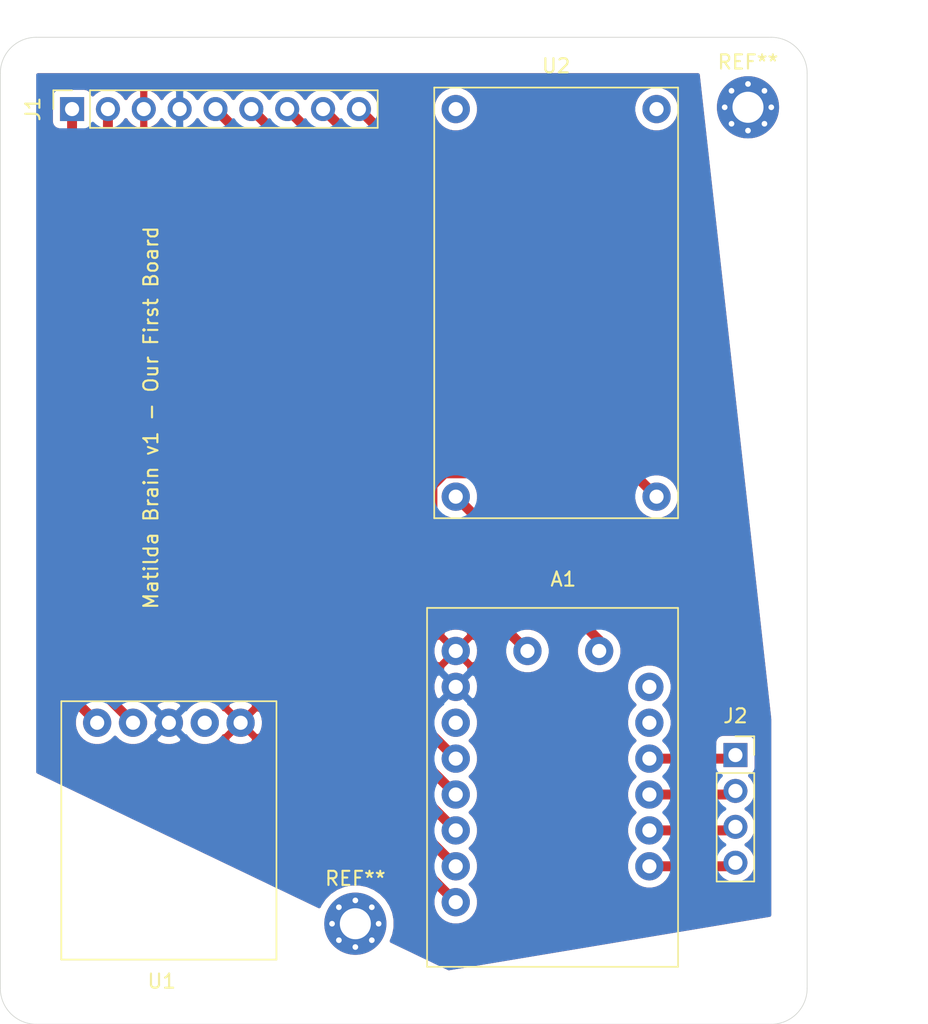
<source format=kicad_pcb>
(kicad_pcb (version 20171130) (host pcbnew "(5.1.5)-3")

  (general
    (thickness 1.6)
    (drawings 9)
    (tracks 35)
    (zones 0)
    (modules 7)
    (nets 22)
  )

  (page A4)
  (layers
    (0 F.Cu signal)
    (31 B.Cu signal)
    (32 B.Adhes user)
    (33 F.Adhes user)
    (34 B.Paste user)
    (35 F.Paste user)
    (36 B.SilkS user)
    (37 F.SilkS user)
    (38 B.Mask user)
    (39 F.Mask user)
    (40 Dwgs.User user)
    (41 Cmts.User user)
    (42 Eco1.User user)
    (43 Eco2.User user)
    (44 Edge.Cuts user)
    (45 Margin user)
    (46 B.CrtYd user)
    (47 F.CrtYd user)
    (48 B.Fab user)
    (49 F.Fab user)
  )

  (setup
    (last_trace_width 0.7)
    (trace_clearance 0.3)
    (zone_clearance 0.508)
    (zone_45_only no)
    (trace_min 0.2)
    (via_size 0.8)
    (via_drill 0.4)
    (via_min_size 0.4)
    (via_min_drill 0.3)
    (uvia_size 0.3)
    (uvia_drill 0.1)
    (uvias_allowed no)
    (uvia_min_size 0.2)
    (uvia_min_drill 0.1)
    (edge_width 0.05)
    (segment_width 0.2)
    (pcb_text_width 0.3)
    (pcb_text_size 1.5 1.5)
    (mod_edge_width 0.12)
    (mod_text_size 1 1)
    (mod_text_width 0.15)
    (pad_size 1.524 1.524)
    (pad_drill 0.762)
    (pad_to_mask_clearance 0.051)
    (solder_mask_min_width 0.25)
    (aux_axis_origin 0 0)
    (visible_elements FFFDFF7F)
    (pcbplotparams
      (layerselection 0x010fc_ffffffff)
      (usegerberextensions false)
      (usegerberattributes false)
      (usegerberadvancedattributes false)
      (creategerberjobfile false)
      (excludeedgelayer true)
      (linewidth 0.100000)
      (plotframeref false)
      (viasonmask false)
      (mode 1)
      (useauxorigin false)
      (hpglpennumber 1)
      (hpglpenspeed 20)
      (hpglpendiameter 15.000000)
      (psnegative false)
      (psa4output false)
      (plotreference true)
      (plotvalue true)
      (plotinvisibletext false)
      (padsonsilk false)
      (subtractmaskfromsilk false)
      (outputformat 1)
      (mirror false)
      (drillshape 0)
      (scaleselection 1)
      (outputdirectory "./"))
  )

  (net 0 "")
  (net 1 3.3V)
  (net 2 GND)
  (net 3 "Net-(A1-Pad3)")
  (net 4 Logic_5)
  (net 5 Logic_4)
  (net 6 Logic_3)
  (net 7 Logic_2)
  (net 8 Logic_1)
  (net 9 "Net-(A1-Pad9)")
  (net 10 "Net-(A1-Pad10)")
  (net 11 "Net-(A1-Pad11)")
  (net 12 "Net-(A1-Pad12)")
  (net 13 "Net-(A1-Pad13)")
  (net 14 "Net-(A1-Pad14)")
  (net 15 SDA)
  (net 16 SCL)
  (net 17 "Net-(U1-Pad2)")
  (net 18 "Net-(U2-Pad1)")
  (net 19 "Net-(U2-Pad2)")
  (net 20 "Net-(A1-Pad15)")
  (net 21 "Net-(A1-Pad16)")

  (net_class Default "This is the default net class."
    (clearance 0.3)
    (trace_width 0.7)
    (via_dia 0.8)
    (via_drill 0.4)
    (uvia_dia 0.3)
    (uvia_drill 0.1)
    (add_net 3.3V)
    (add_net GND)
    (add_net Logic_1)
    (add_net Logic_2)
    (add_net Logic_3)
    (add_net Logic_4)
    (add_net Logic_5)
    (add_net "Net-(A1-Pad10)")
    (add_net "Net-(A1-Pad11)")
    (add_net "Net-(A1-Pad12)")
    (add_net "Net-(A1-Pad13)")
    (add_net "Net-(A1-Pad14)")
    (add_net "Net-(A1-Pad15)")
    (add_net "Net-(A1-Pad16)")
    (add_net "Net-(A1-Pad3)")
    (add_net "Net-(A1-Pad9)")
    (add_net "Net-(U1-Pad2)")
    (add_net "Net-(U2-Pad1)")
    (add_net "Net-(U2-Pad2)")
    (add_net SCL)
    (add_net SDA)
  )

  (module MountingHole:MountingHole_2.2mm_M2_Pad_Via (layer F.Cu) (tedit 56DDB9C7) (tstamp 5E5808AF)
    (at 140.716 107.188)
    (descr "Mounting Hole 2.2mm, M2")
    (tags "mounting hole 2.2mm m2")
    (attr virtual)
    (fp_text reference REF** (at 0 -3.2) (layer F.SilkS)
      (effects (font (size 1 1) (thickness 0.15)))
    )
    (fp_text value MountingHole_2.2mm_M2_Pad_Via (at 0 3.2) (layer F.Fab)
      (effects (font (size 1 1) (thickness 0.15)))
    )
    (fp_circle (center 0 0) (end 2.45 0) (layer F.CrtYd) (width 0.05))
    (fp_circle (center 0 0) (end 2.2 0) (layer Cmts.User) (width 0.15))
    (fp_text user %R (at 0.3 0) (layer F.Fab)
      (effects (font (size 1 1) (thickness 0.15)))
    )
    (pad 1 thru_hole circle (at 1.166726 -1.166726) (size 0.7 0.7) (drill 0.4) (layers *.Cu *.Mask))
    (pad 1 thru_hole circle (at 0 -1.65) (size 0.7 0.7) (drill 0.4) (layers *.Cu *.Mask))
    (pad 1 thru_hole circle (at -1.166726 -1.166726) (size 0.7 0.7) (drill 0.4) (layers *.Cu *.Mask))
    (pad 1 thru_hole circle (at -1.65 0) (size 0.7 0.7) (drill 0.4) (layers *.Cu *.Mask))
    (pad 1 thru_hole circle (at -1.166726 1.166726) (size 0.7 0.7) (drill 0.4) (layers *.Cu *.Mask))
    (pad 1 thru_hole circle (at 0 1.65) (size 0.7 0.7) (drill 0.4) (layers *.Cu *.Mask))
    (pad 1 thru_hole circle (at 1.166726 1.166726) (size 0.7 0.7) (drill 0.4) (layers *.Cu *.Mask))
    (pad 1 thru_hole circle (at 1.65 0) (size 0.7 0.7) (drill 0.4) (layers *.Cu *.Mask))
    (pad 1 thru_hole circle (at 0 0) (size 4.4 4.4) (drill 2.2) (layers *.Cu *.Mask))
  )

  (module MountingHole:MountingHole_2.2mm_M2_Pad_Via (layer F.Cu) (tedit 56DDB9C7) (tstamp 5E580863)
    (at 168.529 49.403)
    (descr "Mounting Hole 2.2mm, M2")
    (tags "mounting hole 2.2mm m2")
    (attr virtual)
    (fp_text reference REF** (at 0 -3.2) (layer F.SilkS)
      (effects (font (size 1 1) (thickness 0.15)))
    )
    (fp_text value MountingHole_2.2mm_M2_Pad_Via (at 0 3.2) (layer F.Fab)
      (effects (font (size 1 1) (thickness 0.15)))
    )
    (fp_circle (center 0 0) (end 2.45 0) (layer F.CrtYd) (width 0.05))
    (fp_circle (center 0 0) (end 2.2 0) (layer Cmts.User) (width 0.15))
    (fp_text user %R (at 0.3 0) (layer F.Fab)
      (effects (font (size 1 1) (thickness 0.15)))
    )
    (pad 1 thru_hole circle (at 1.166726 -1.166726) (size 0.7 0.7) (drill 0.4) (layers *.Cu *.Mask))
    (pad 1 thru_hole circle (at 0 -1.65) (size 0.7 0.7) (drill 0.4) (layers *.Cu *.Mask))
    (pad 1 thru_hole circle (at -1.166726 -1.166726) (size 0.7 0.7) (drill 0.4) (layers *.Cu *.Mask))
    (pad 1 thru_hole circle (at -1.65 0) (size 0.7 0.7) (drill 0.4) (layers *.Cu *.Mask))
    (pad 1 thru_hole circle (at -1.166726 1.166726) (size 0.7 0.7) (drill 0.4) (layers *.Cu *.Mask))
    (pad 1 thru_hole circle (at 0 1.65) (size 0.7 0.7) (drill 0.4) (layers *.Cu *.Mask))
    (pad 1 thru_hole circle (at 1.166726 1.166726) (size 0.7 0.7) (drill 0.4) (layers *.Cu *.Mask))
    (pad 1 thru_hole circle (at 1.65 0) (size 0.7 0.7) (drill 0.4) (layers *.Cu *.Mask))
    (pad 1 thru_hole circle (at 0 0) (size 4.4 4.4) (drill 2.2) (layers *.Cu *.Mask))
  )

  (module MatildaCustom:Adafruit_Breakout_DRV8833 (layer F.Cu) (tedit 5E5713BE) (tstamp 5E57F12A)
    (at 154.94 96.52)
    (path /5E5962E7)
    (fp_text reference A1 (at 0.508 -13.716) (layer F.SilkS)
      (effects (font (size 1 1) (thickness 0.15)))
    )
    (fp_text value Adafruit_Breakout_DRV8833 (at 0.508 -15.486) (layer F.Fab)
      (effects (font (size 1 1) (thickness 0.15)))
    )
    (fp_line (start -9.144 -11.684) (end -9.144 13.716) (layer F.SilkS) (width 0.12))
    (fp_line (start -9.144 13.716) (end 8.636 13.716) (layer F.SilkS) (width 0.12))
    (fp_line (start 8.636 13.716) (end 8.636 -11.684) (layer F.SilkS) (width 0.12))
    (fp_line (start 8.636 -11.684) (end -9.144 -11.684) (layer F.SilkS) (width 0.12))
    (pad 1 thru_hole circle (at -7.112 -8.636) (size 2 2) (drill 1) (layers *.Cu *.Mask)
      (net 1 3.3V))
    (pad 2 thru_hole circle (at -7.112 -6.096) (size 2 2) (drill 1) (layers *.Cu *.Mask)
      (net 2 GND))
    (pad 3 thru_hole circle (at -7.112 -3.556) (size 2 2) (drill 1) (layers *.Cu *.Mask)
      (net 3 "Net-(A1-Pad3)"))
    (pad 4 thru_hole circle (at -7.112 -1.016) (size 2 2) (drill 1) (layers *.Cu *.Mask)
      (net 4 Logic_5))
    (pad 5 thru_hole circle (at -7.112 1.524) (size 2 2) (drill 1) (layers *.Cu *.Mask)
      (net 5 Logic_4))
    (pad 6 thru_hole circle (at -7.112 4.064) (size 2 2) (drill 1) (layers *.Cu *.Mask)
      (net 6 Logic_3))
    (pad 7 thru_hole circle (at -7.112 6.604) (size 2 2) (drill 1) (layers *.Cu *.Mask)
      (net 7 Logic_2))
    (pad 8 thru_hole circle (at -7.112 9.144) (size 2 2) (drill 1) (layers *.Cu *.Mask)
      (net 8 Logic_1))
    (pad 9 thru_hole circle (at 6.604 6.604) (size 2 2) (drill 1) (layers *.Cu *.Mask)
      (net 9 "Net-(A1-Pad9)"))
    (pad 10 thru_hole circle (at 6.604 4.064) (size 2 2) (drill 1) (layers *.Cu *.Mask)
      (net 10 "Net-(A1-Pad10)"))
    (pad 11 thru_hole circle (at 6.604 1.524) (size 2 2) (drill 1) (layers *.Cu *.Mask)
      (net 11 "Net-(A1-Pad11)"))
    (pad 12 thru_hole circle (at 6.604 -1.016) (size 2 2) (drill 1) (layers *.Cu *.Mask)
      (net 12 "Net-(A1-Pad12)"))
    (pad 13 thru_hole circle (at 6.604 -3.556) (size 2 2) (drill 1) (layers *.Cu *.Mask)
      (net 13 "Net-(A1-Pad13)"))
    (pad 14 thru_hole circle (at 6.604 -6.096) (size 2 2) (drill 1) (layers *.Cu *.Mask)
      (net 14 "Net-(A1-Pad14)"))
    (pad 15 thru_hole circle (at 3.048 -8.636) (size 2 2) (drill 1) (layers *.Cu *.Mask)
      (net 20 "Net-(A1-Pad15)"))
    (pad 16 thru_hole circle (at -2.032 -8.636) (size 2 2) (drill 1) (layers *.Cu *.Mask)
      (net 21 "Net-(A1-Pad16)"))
  )

  (module Connector_PinSocket_2.54mm:PinSocket_1x09_P2.54mm_Vertical (layer F.Cu) (tedit 5A19A431) (tstamp 5E57F15D)
    (at 120.65 49.53 90)
    (descr "Through hole straight socket strip, 1x09, 2.54mm pitch, single row (from Kicad 4.0.7), script generated")
    (tags "Through hole socket strip THT 1x09 2.54mm single row")
    (path /5E59EDE1)
    (fp_text reference J1 (at 0 -2.77 90) (layer F.SilkS)
      (effects (font (size 1 1) (thickness 0.15)))
    )
    (fp_text value Conn_01x09_Female (at 0 23.09 90) (layer F.Fab)
      (effects (font (size 1 1) (thickness 0.15)))
    )
    (fp_line (start -1.27 -1.27) (end 0.635 -1.27) (layer F.Fab) (width 0.1))
    (fp_line (start 0.635 -1.27) (end 1.27 -0.635) (layer F.Fab) (width 0.1))
    (fp_line (start 1.27 -0.635) (end 1.27 21.59) (layer F.Fab) (width 0.1))
    (fp_line (start 1.27 21.59) (end -1.27 21.59) (layer F.Fab) (width 0.1))
    (fp_line (start -1.27 21.59) (end -1.27 -1.27) (layer F.Fab) (width 0.1))
    (fp_line (start -1.33 1.27) (end 1.33 1.27) (layer F.SilkS) (width 0.12))
    (fp_line (start -1.33 1.27) (end -1.33 21.65) (layer F.SilkS) (width 0.12))
    (fp_line (start -1.33 21.65) (end 1.33 21.65) (layer F.SilkS) (width 0.12))
    (fp_line (start 1.33 1.27) (end 1.33 21.65) (layer F.SilkS) (width 0.12))
    (fp_line (start 1.33 -1.33) (end 1.33 0) (layer F.SilkS) (width 0.12))
    (fp_line (start 0 -1.33) (end 1.33 -1.33) (layer F.SilkS) (width 0.12))
    (fp_line (start -1.8 -1.8) (end 1.75 -1.8) (layer F.CrtYd) (width 0.05))
    (fp_line (start 1.75 -1.8) (end 1.75 22.1) (layer F.CrtYd) (width 0.05))
    (fp_line (start 1.75 22.1) (end -1.8 22.1) (layer F.CrtYd) (width 0.05))
    (fp_line (start -1.8 22.1) (end -1.8 -1.8) (layer F.CrtYd) (width 0.05))
    (fp_text user %R (at 0 10.16) (layer F.Fab)
      (effects (font (size 1 1) (thickness 0.15)))
    )
    (pad 1 thru_hole rect (at 0 0 90) (size 1.7 1.7) (drill 1) (layers *.Cu *.Mask)
      (net 15 SDA))
    (pad 2 thru_hole oval (at 0 2.54 90) (size 1.7 1.7) (drill 1) (layers *.Cu *.Mask)
      (net 16 SCL))
    (pad 3 thru_hole oval (at 0 5.08 90) (size 1.7 1.7) (drill 1) (layers *.Cu *.Mask)
      (net 1 3.3V))
    (pad 4 thru_hole oval (at 0 7.62 90) (size 1.7 1.7) (drill 1) (layers *.Cu *.Mask)
      (net 2 GND))
    (pad 5 thru_hole oval (at 0 10.16 90) (size 1.7 1.7) (drill 1) (layers *.Cu *.Mask)
      (net 8 Logic_1))
    (pad 6 thru_hole oval (at 0 12.7 90) (size 1.7 1.7) (drill 1) (layers *.Cu *.Mask)
      (net 7 Logic_2))
    (pad 7 thru_hole oval (at 0 15.24 90) (size 1.7 1.7) (drill 1) (layers *.Cu *.Mask)
      (net 6 Logic_3))
    (pad 8 thru_hole oval (at 0 17.78 90) (size 1.7 1.7) (drill 1) (layers *.Cu *.Mask)
      (net 5 Logic_4))
    (pad 9 thru_hole oval (at 0 20.32 90) (size 1.7 1.7) (drill 1) (layers *.Cu *.Mask)
      (net 4 Logic_5))
    (model ${KISYS3DMOD}/Connector_PinSocket_2.54mm.3dshapes/PinSocket_1x09_P2.54mm_Vertical.wrl
      (at (xyz 0 0 0))
      (scale (xyz 1 1 1))
      (rotate (xyz 0 0 0))
    )
  )

  (module Connector_PinSocket_2.54mm:PinSocket_1x04_P2.54mm_Vertical (layer F.Cu) (tedit 5A19A429) (tstamp 5E57F175)
    (at 167.64 95.25)
    (descr "Through hole straight socket strip, 1x04, 2.54mm pitch, single row (from Kicad 4.0.7), script generated")
    (tags "Through hole socket strip THT 1x04 2.54mm single row")
    (path /5E5A5861)
    (fp_text reference J2 (at 0 -2.77) (layer F.SilkS)
      (effects (font (size 1 1) (thickness 0.15)))
    )
    (fp_text value Conn_01x04_Female (at 0 10.39) (layer F.Fab)
      (effects (font (size 1 1) (thickness 0.15)))
    )
    (fp_line (start -1.27 -1.27) (end 0.635 -1.27) (layer F.Fab) (width 0.1))
    (fp_line (start 0.635 -1.27) (end 1.27 -0.635) (layer F.Fab) (width 0.1))
    (fp_line (start 1.27 -0.635) (end 1.27 8.89) (layer F.Fab) (width 0.1))
    (fp_line (start 1.27 8.89) (end -1.27 8.89) (layer F.Fab) (width 0.1))
    (fp_line (start -1.27 8.89) (end -1.27 -1.27) (layer F.Fab) (width 0.1))
    (fp_line (start -1.33 1.27) (end 1.33 1.27) (layer F.SilkS) (width 0.12))
    (fp_line (start -1.33 1.27) (end -1.33 8.95) (layer F.SilkS) (width 0.12))
    (fp_line (start -1.33 8.95) (end 1.33 8.95) (layer F.SilkS) (width 0.12))
    (fp_line (start 1.33 1.27) (end 1.33 8.95) (layer F.SilkS) (width 0.12))
    (fp_line (start 1.33 -1.33) (end 1.33 0) (layer F.SilkS) (width 0.12))
    (fp_line (start 0 -1.33) (end 1.33 -1.33) (layer F.SilkS) (width 0.12))
    (fp_line (start -1.8 -1.8) (end 1.75 -1.8) (layer F.CrtYd) (width 0.05))
    (fp_line (start 1.75 -1.8) (end 1.75 9.4) (layer F.CrtYd) (width 0.05))
    (fp_line (start 1.75 9.4) (end -1.8 9.4) (layer F.CrtYd) (width 0.05))
    (fp_line (start -1.8 9.4) (end -1.8 -1.8) (layer F.CrtYd) (width 0.05))
    (fp_text user %R (at 0 3.81 90) (layer F.Fab)
      (effects (font (size 1 1) (thickness 0.15)))
    )
    (pad 1 thru_hole rect (at 0 0) (size 1.7 1.7) (drill 1) (layers *.Cu *.Mask)
      (net 12 "Net-(A1-Pad12)"))
    (pad 2 thru_hole oval (at 0 2.54) (size 1.7 1.7) (drill 1) (layers *.Cu *.Mask)
      (net 11 "Net-(A1-Pad11)"))
    (pad 3 thru_hole oval (at 0 5.08) (size 1.7 1.7) (drill 1) (layers *.Cu *.Mask)
      (net 10 "Net-(A1-Pad10)"))
    (pad 4 thru_hole oval (at 0 7.62) (size 1.7 1.7) (drill 1) (layers *.Cu *.Mask)
      (net 9 "Net-(A1-Pad9)"))
    (model ${KISYS3DMOD}/Connector_PinSocket_2.54mm.3dshapes/PinSocket_1x04_P2.54mm_Vertical.wrl
      (at (xyz 0 0 0))
      (scale (xyz 1 1 1))
      (rotate (xyz 0 0 0))
    )
  )

  (module MatildaCustom:Adafruit_Si7021_Breakout (layer F.Cu) (tedit 5E57DF6A) (tstamp 5E57F182)
    (at 127 101.6 180)
    (path /5E5717AE)
    (fp_text reference U1 (at 0 -9.66) (layer F.SilkS)
      (effects (font (size 1 1) (thickness 0.15)))
    )
    (fp_text value AdaBrk_Si7021 (at 0 -11.684) (layer F.Fab)
      (effects (font (size 1 1) (thickness 0.15)))
    )
    (fp_line (start -8.128 -8.128) (end 7.112 -8.128) (layer F.SilkS) (width 0.12))
    (fp_line (start 7.112 -8.128) (end 7.112 10.16) (layer F.SilkS) (width 0.12))
    (fp_line (start 7.112 10.16) (end -8.128 10.16) (layer F.SilkS) (width 0.12))
    (fp_line (start -8.128 10.16) (end -8.128 -8.128) (layer F.SilkS) (width 0.12))
    (pad 1 thru_hole circle (at -5.588 8.636 180) (size 2 2) (drill 1) (layers *.Cu *.Mask)
      (net 1 3.3V))
    (pad 2 thru_hole circle (at -3.048 8.636 180) (size 2 2) (drill 1) (layers *.Cu *.Mask)
      (net 17 "Net-(U1-Pad2)"))
    (pad 3 thru_hole circle (at -0.508 8.636 180) (size 2 2) (drill 1) (layers *.Cu *.Mask)
      (net 2 GND))
    (pad 4 thru_hole circle (at 2.032 8.636 180) (size 2 2) (drill 1) (layers *.Cu *.Mask)
      (net 16 SCL))
    (pad 5 thru_hole circle (at 4.572 8.636 180) (size 2 2) (drill 1) (layers *.Cu *.Mask)
      (net 15 SDA))
  )

  (module MatildaCustom:Woo_StepUp_MT3608 (layer F.Cu) (tedit 5E57DCE2) (tstamp 5E57F18E)
    (at 154.94 62.23)
    (path /5E5978DE)
    (fp_text reference U2 (at 0 -15.756) (layer F.SilkS)
      (effects (font (size 1 1) (thickness 0.15)))
    )
    (fp_text value Woo_StepUp_MT3608 (at 0 -16.756) (layer F.Fab)
      (effects (font (size 1 1) (thickness 0.15)))
    )
    (fp_line (start -8.636 -14.224) (end 8.636 -14.224) (layer F.SilkS) (width 0.12))
    (fp_line (start 8.636 -14.224) (end 8.636 16.256) (layer F.SilkS) (width 0.12))
    (fp_line (start 8.636 16.256) (end -8.636 16.256) (layer F.SilkS) (width 0.12))
    (fp_line (start -8.636 16.256) (end -8.636 -14.224) (layer F.SilkS) (width 0.12))
    (pad 1 thru_hole circle (at -7.112 -12.7) (size 2 2) (drill 1) (layers *.Cu *.Mask)
      (net 18 "Net-(U2-Pad1)"))
    (pad 2 thru_hole circle (at 7.112 -12.7) (size 2 2) (drill 1) (layers *.Cu *.Mask)
      (net 19 "Net-(U2-Pad2)"))
    (pad 3 thru_hole circle (at -7.112 14.732) (size 2 2) (drill 1) (layers *.Cu *.Mask)
      (net 20 "Net-(A1-Pad15)"))
    (pad 4 thru_hole circle (at 7.112 14.732) (size 2 2) (drill 1) (layers *.Cu *.Mask)
      (net 21 "Net-(A1-Pad16)"))
  )

  (gr_text "Matilda Brain v1 - Our First Board" (at 126.238 71.374 90) (layer F.SilkS)
    (effects (font (size 1 1) (thickness 0.15)))
  )
  (gr_arc (start 118.11 46.99) (end 118.11 44.45) (angle -90) (layer Edge.Cuts) (width 0.05))
  (gr_arc (start 170.18 46.99) (end 172.72 46.99) (angle -90) (layer Edge.Cuts) (width 0.05))
  (gr_arc (start 170.18 111.76) (end 170.18 114.3) (angle -90) (layer Edge.Cuts) (width 0.05))
  (gr_line (start 115.57 46.99) (end 115.57 111.76) (layer Edge.Cuts) (width 0.05) (tstamp 5E57F54C))
  (gr_line (start 170.18 44.45) (end 118.11 44.45) (layer Edge.Cuts) (width 0.05))
  (gr_line (start 172.72 111.76) (end 172.72 46.99) (layer Edge.Cuts) (width 0.05))
  (gr_line (start 118.11 114.3) (end 170.18 114.3) (layer Edge.Cuts) (width 0.05))
  (gr_arc (start 118.11 111.76) (end 115.57 111.76) (angle -90) (layer Edge.Cuts) (width 0.05))

  (segment (start 144.526 53.086) (end 140.97 49.53) (width 0.7) (layer F.Cu) (net 4))
  (segment (start 147.828 95.504) (end 144.526 92.202) (width 0.7) (layer F.Cu) (net 4))
  (segment (start 144.526 92.202) (end 144.526 53.086) (width 0.7) (layer F.Cu) (net 4))
  (segment (start 142.621 53.721) (end 138.43 49.53) (width 0.7) (layer F.Cu) (net 5))
  (segment (start 147.828 98.044) (end 142.621 92.837) (width 0.7) (layer F.Cu) (net 5))
  (segment (start 142.621 92.837) (end 142.621 53.721) (width 0.7) (layer F.Cu) (net 5))
  (segment (start 140.589 54.229) (end 135.89 49.53) (width 0.7) (layer F.Cu) (net 6))
  (segment (start 147.828 100.584) (end 140.589 93.345) (width 0.7) (layer F.Cu) (net 6))
  (segment (start 140.589 93.345) (end 140.589 54.229) (width 0.7) (layer F.Cu) (net 6))
  (segment (start 138.557 54.737) (end 133.35 49.53) (width 0.7) (layer F.Cu) (net 7))
  (segment (start 147.828 103.124) (end 138.557 93.853) (width 0.7) (layer F.Cu) (net 7))
  (segment (start 138.557 93.853) (end 138.557 54.737) (width 0.7) (layer F.Cu) (net 7))
  (segment (start 137.033 55.753) (end 130.81 49.53) (width 0.7) (layer F.Cu) (net 8))
  (segment (start 147.828 105.664) (end 137.033 94.869) (width 0.7) (layer F.Cu) (net 8))
  (segment (start 137.033 94.869) (end 137.033 55.753) (width 0.7) (layer F.Cu) (net 8))
  (segment (start 167.386 103.124) (end 167.64 102.87) (width 0.7) (layer F.Cu) (net 9))
  (segment (start 161.544 103.124) (end 167.386 103.124) (width 0.7) (layer F.Cu) (net 9))
  (segment (start 167.386 100.584) (end 167.64 100.33) (width 0.7) (layer F.Cu) (net 10))
  (segment (start 161.544 100.584) (end 167.386 100.584) (width 0.7) (layer F.Cu) (net 10))
  (segment (start 167.386 98.044) (end 167.64 97.79) (width 0.7) (layer F.Cu) (net 11))
  (segment (start 161.544 98.044) (end 167.386 98.044) (width 0.7) (layer F.Cu) (net 11))
  (segment (start 167.386 95.504) (end 167.64 95.25) (width 0.7) (layer F.Cu) (net 12))
  (segment (start 161.544 95.504) (end 167.386 95.504) (width 0.7) (layer F.Cu) (net 12))
  (segment (start 120.65 91.186) (end 122.428 92.964) (width 0.7) (layer F.Cu) (net 15))
  (segment (start 120.65 49.53) (end 120.65 91.186) (width 0.7) (layer F.Cu) (net 15))
  (segment (start 123.19 91.186) (end 124.968 92.964) (width 0.7) (layer F.Cu) (net 16))
  (segment (start 123.19 49.53) (end 123.19 91.186) (width 0.7) (layer F.Cu) (net 16))
  (segment (start 157.988 87.122) (end 157.988 87.884) (width 0.7) (layer F.Cu) (net 20))
  (segment (start 147.828 76.962) (end 157.988 87.122) (width 0.7) (layer F.Cu) (net 20))
  (segment (start 151.908001 86.884001) (end 152.908 87.884) (width 0.7) (layer F.Cu) (net 21))
  (segment (start 146.177999 81.153999) (end 151.908001 86.884001) (width 0.7) (layer F.Cu) (net 21))
  (segment (start 147.035999 75.311999) (end 146.177999 76.169999) (width 0.7) (layer F.Cu) (net 21))
  (segment (start 146.177999 76.169999) (end 146.177999 81.153999) (width 0.7) (layer F.Cu) (net 21))
  (segment (start 160.401999 75.311999) (end 147.035999 75.311999) (width 0.7) (layer F.Cu) (net 21))
  (segment (start 162.052 76.962) (end 160.401999 75.311999) (width 0.7) (layer F.Cu) (net 21))

  (zone (net 1) (net_name 3.3V) (layer F.Cu) (tstamp 5E58099D) (hatch edge 0.508)
    (connect_pads (clearance 0.508))
    (min_thickness 0.254)
    (fill yes (arc_segments 32) (thermal_gap 0.508) (thermal_bridge_width 0.508))
    (polygon
      (pts
        (xy 170.18 92.71) (xy 170.18 106.68) (xy 147.32 110.49) (xy 118.11 96.52) (xy 118.11 46.99)
        (xy 165.1 46.99)
      )
    )
    (filled_polygon
      (pts
        (xy 170.053 92.717032) (xy 170.053 106.572415) (xy 147.338646 110.35814) (xy 143.276238 108.415249) (xy 143.442052 108.014939)
        (xy 143.551 107.467223) (xy 143.551 106.908777) (xy 143.442052 106.361061) (xy 143.228344 105.845124) (xy 142.918088 105.380793)
        (xy 142.523207 104.985912) (xy 142.058876 104.675656) (xy 141.542939 104.461948) (xy 140.995223 104.353) (xy 140.436777 104.353)
        (xy 139.889061 104.461948) (xy 139.373124 104.675656) (xy 138.908793 104.985912) (xy 138.513912 105.380793) (xy 138.203656 105.845124)
        (xy 138.153834 105.965404) (xy 118.237 96.439962) (xy 118.237 48.68) (xy 119.161928 48.68) (xy 119.161928 50.38)
        (xy 119.174188 50.504482) (xy 119.210498 50.62418) (xy 119.269463 50.734494) (xy 119.348815 50.831185) (xy 119.445506 50.910537)
        (xy 119.55582 50.969502) (xy 119.665 51.002621) (xy 119.665001 91.13761) (xy 119.660235 91.186) (xy 119.679253 91.379093)
        (xy 119.735576 91.564766) (xy 119.735577 91.564767) (xy 119.827041 91.735884) (xy 119.950131 91.88587) (xy 119.987711 91.916711)
        (xy 120.806433 92.735434) (xy 120.793 92.802967) (xy 120.793 93.125033) (xy 120.855832 93.440912) (xy 120.979082 93.738463)
        (xy 121.158013 94.006252) (xy 121.385748 94.233987) (xy 121.653537 94.412918) (xy 121.951088 94.536168) (xy 122.266967 94.599)
        (xy 122.589033 94.599) (xy 122.904912 94.536168) (xy 123.202463 94.412918) (xy 123.470252 94.233987) (xy 123.697987 94.006252)
        (xy 123.698 94.006233) (xy 123.698013 94.006252) (xy 123.925748 94.233987) (xy 124.193537 94.412918) (xy 124.491088 94.536168)
        (xy 124.806967 94.599) (xy 125.129033 94.599) (xy 125.444912 94.536168) (xy 125.742463 94.412918) (xy 126.010252 94.233987)
        (xy 126.237987 94.006252) (xy 126.238 94.006233) (xy 126.238013 94.006252) (xy 126.465748 94.233987) (xy 126.733537 94.412918)
        (xy 127.031088 94.536168) (xy 127.346967 94.599) (xy 127.669033 94.599) (xy 127.984912 94.536168) (xy 128.282463 94.412918)
        (xy 128.550252 94.233987) (xy 128.777987 94.006252) (xy 128.778 94.006233) (xy 128.778013 94.006252) (xy 129.005748 94.233987)
        (xy 129.273537 94.412918) (xy 129.571088 94.536168) (xy 129.886967 94.599) (xy 130.209033 94.599) (xy 130.524912 94.536168)
        (xy 130.822463 94.412918) (xy 131.090252 94.233987) (xy 131.224826 94.099413) (xy 131.632192 94.099413) (xy 131.727956 94.363814)
        (xy 132.017571 94.504704) (xy 132.329108 94.586384) (xy 132.650595 94.605718) (xy 132.969675 94.561961) (xy 133.274088 94.456795)
        (xy 133.448044 94.363814) (xy 133.543808 94.099413) (xy 132.588 93.143605) (xy 131.632192 94.099413) (xy 131.224826 94.099413)
        (xy 131.317987 94.006252) (xy 131.39072 93.8974) (xy 131.452587 93.919808) (xy 132.408395 92.964) (xy 132.767605 92.964)
        (xy 133.723413 93.919808) (xy 133.987814 93.824044) (xy 134.128704 93.534429) (xy 134.210384 93.222892) (xy 134.229718 92.901405)
        (xy 134.185961 92.582325) (xy 134.080795 92.277912) (xy 133.987814 92.103956) (xy 133.723413 92.008192) (xy 132.767605 92.964)
        (xy 132.408395 92.964) (xy 131.452587 92.008192) (xy 131.39072 92.0306) (xy 131.317987 91.921748) (xy 131.224826 91.828587)
        (xy 131.632192 91.828587) (xy 132.588 92.784395) (xy 133.543808 91.828587) (xy 133.448044 91.564186) (xy 133.158429 91.423296)
        (xy 132.846892 91.341616) (xy 132.525405 91.322282) (xy 132.206325 91.366039) (xy 131.901912 91.471205) (xy 131.727956 91.564186)
        (xy 131.632192 91.828587) (xy 131.224826 91.828587) (xy 131.090252 91.694013) (xy 130.822463 91.515082) (xy 130.524912 91.391832)
        (xy 130.209033 91.329) (xy 129.886967 91.329) (xy 129.571088 91.391832) (xy 129.273537 91.515082) (xy 129.005748 91.694013)
        (xy 128.778013 91.921748) (xy 128.778 91.921767) (xy 128.777987 91.921748) (xy 128.550252 91.694013) (xy 128.282463 91.515082)
        (xy 127.984912 91.391832) (xy 127.669033 91.329) (xy 127.346967 91.329) (xy 127.031088 91.391832) (xy 126.733537 91.515082)
        (xy 126.465748 91.694013) (xy 126.238013 91.921748) (xy 126.238 91.921767) (xy 126.237987 91.921748) (xy 126.010252 91.694013)
        (xy 125.742463 91.515082) (xy 125.444912 91.391832) (xy 125.129033 91.329) (xy 124.806967 91.329) (xy 124.739434 91.342433)
        (xy 124.175 90.778) (xy 124.175 50.645107) (xy 124.343475 50.476632) (xy 124.465195 50.294466) (xy 124.534822 50.411355)
        (xy 124.729731 50.627588) (xy 124.96308 50.801641) (xy 125.225901 50.926825) (xy 125.37311 50.971476) (xy 125.603 50.850155)
        (xy 125.603 49.657) (xy 125.583 49.657) (xy 125.583 49.403) (xy 125.603 49.403) (xy 125.603 48.209845)
        (xy 125.857 48.209845) (xy 125.857 49.403) (xy 125.877 49.403) (xy 125.877 49.657) (xy 125.857 49.657)
        (xy 125.857 50.850155) (xy 126.08689 50.971476) (xy 126.234099 50.926825) (xy 126.49692 50.801641) (xy 126.730269 50.627588)
        (xy 126.925178 50.411355) (xy 126.994805 50.294466) (xy 127.116525 50.476632) (xy 127.323368 50.683475) (xy 127.566589 50.84599)
        (xy 127.836842 50.957932) (xy 128.12374 51.015) (xy 128.41626 51.015) (xy 128.703158 50.957932) (xy 128.973411 50.84599)
        (xy 129.216632 50.683475) (xy 129.423475 50.476632) (xy 129.54 50.30224) (xy 129.656525 50.476632) (xy 129.863368 50.683475)
        (xy 130.106589 50.84599) (xy 130.376842 50.957932) (xy 130.66374 51.015) (xy 130.902 51.015) (xy 136.048001 56.161002)
        (xy 136.048 94.82062) (xy 136.043235 94.869) (xy 136.048 94.917379) (xy 136.062253 95.062093) (xy 136.118576 95.247766)
        (xy 136.21004 95.418884) (xy 136.33313 95.56887) (xy 136.370716 95.599716) (xy 146.206433 105.435433) (xy 146.193 105.502967)
        (xy 146.193 105.825033) (xy 146.255832 106.140912) (xy 146.379082 106.438463) (xy 146.558013 106.706252) (xy 146.785748 106.933987)
        (xy 147.053537 107.112918) (xy 147.351088 107.236168) (xy 147.666967 107.299) (xy 147.989033 107.299) (xy 148.304912 107.236168)
        (xy 148.602463 107.112918) (xy 148.870252 106.933987) (xy 149.097987 106.706252) (xy 149.276918 106.438463) (xy 149.400168 106.140912)
        (xy 149.463 105.825033) (xy 149.463 105.502967) (xy 149.400168 105.187088) (xy 149.276918 104.889537) (xy 149.097987 104.621748)
        (xy 148.870252 104.394013) (xy 148.870233 104.394) (xy 148.870252 104.393987) (xy 149.097987 104.166252) (xy 149.276918 103.898463)
        (xy 149.400168 103.600912) (xy 149.463 103.285033) (xy 149.463 102.962967) (xy 149.400168 102.647088) (xy 149.276918 102.349537)
        (xy 149.097987 102.081748) (xy 148.870252 101.854013) (xy 148.870233 101.854) (xy 148.870252 101.853987) (xy 149.097987 101.626252)
        (xy 149.276918 101.358463) (xy 149.400168 101.060912) (xy 149.463 100.745033) (xy 149.463 100.422967) (xy 149.400168 100.107088)
        (xy 149.276918 99.809537) (xy 149.097987 99.541748) (xy 148.870252 99.314013) (xy 148.870233 99.314) (xy 148.870252 99.313987)
        (xy 149.097987 99.086252) (xy 149.276918 98.818463) (xy 149.400168 98.520912) (xy 149.463 98.205033) (xy 149.463 97.882967)
        (xy 149.400168 97.567088) (xy 149.276918 97.269537) (xy 149.097987 97.001748) (xy 148.870252 96.774013) (xy 148.870233 96.774)
        (xy 148.870252 96.773987) (xy 149.097987 96.546252) (xy 149.276918 96.278463) (xy 149.400168 95.980912) (xy 149.463 95.665033)
        (xy 149.463 95.342967) (xy 149.400168 95.027088) (xy 149.276918 94.729537) (xy 149.097987 94.461748) (xy 148.870252 94.234013)
        (xy 148.870233 94.234) (xy 148.870252 94.233987) (xy 149.097987 94.006252) (xy 149.276918 93.738463) (xy 149.400168 93.440912)
        (xy 149.463 93.125033) (xy 149.463 92.802967) (xy 149.400168 92.487088) (xy 149.276918 92.189537) (xy 149.097987 91.921748)
        (xy 148.870252 91.694013) (xy 148.870233 91.694) (xy 148.870252 91.693987) (xy 149.097987 91.466252) (xy 149.276918 91.198463)
        (xy 149.400168 90.900912) (xy 149.463 90.585033) (xy 149.463 90.262967) (xy 159.909 90.262967) (xy 159.909 90.585033)
        (xy 159.971832 90.900912) (xy 160.095082 91.198463) (xy 160.274013 91.466252) (xy 160.501748 91.693987) (xy 160.501767 91.694)
        (xy 160.501748 91.694013) (xy 160.274013 91.921748) (xy 160.095082 92.189537) (xy 159.971832 92.487088) (xy 159.909 92.802967)
        (xy 159.909 93.125033) (xy 159.971832 93.440912) (xy 160.095082 93.738463) (xy 160.274013 94.006252) (xy 160.501748 94.233987)
        (xy 160.501767 94.234) (xy 160.501748 94.234013) (xy 160.274013 94.461748) (xy 160.095082 94.729537) (xy 159.971832 95.027088)
        (xy 159.909 95.342967) (xy 159.909 95.665033) (xy 159.971832 95.980912) (xy 160.095082 96.278463) (xy 160.274013 96.546252)
        (xy 160.501748 96.773987) (xy 160.501767 96.774) (xy 160.501748 96.774013) (xy 160.274013 97.001748) (xy 160.095082 97.269537)
        (xy 159.971832 97.567088) (xy 159.909 97.882967) (xy 159.909 98.205033) (xy 159.971832 98.520912) (xy 160.095082 98.818463)
        (xy 160.274013 99.086252) (xy 160.501748 99.313987) (xy 160.501767 99.314) (xy 160.501748 99.314013) (xy 160.274013 99.541748)
        (xy 160.095082 99.809537) (xy 159.971832 100.107088) (xy 159.909 100.422967) (xy 159.909 100.745033) (xy 159.971832 101.060912)
        (xy 160.095082 101.358463) (xy 160.274013 101.626252) (xy 160.501748 101.853987) (xy 160.501767 101.854) (xy 160.501748 101.854013)
        (xy 160.274013 102.081748) (xy 160.095082 102.349537) (xy 159.971832 102.647088) (xy 159.909 102.962967) (xy 159.909 103.285033)
        (xy 159.971832 103.600912) (xy 160.095082 103.898463) (xy 160.274013 104.166252) (xy 160.501748 104.393987) (xy 160.769537 104.572918)
        (xy 161.067088 104.696168) (xy 161.382967 104.759) (xy 161.705033 104.759) (xy 162.020912 104.696168) (xy 162.318463 104.572918)
        (xy 162.586252 104.393987) (xy 162.813987 104.166252) (xy 162.852242 104.109) (xy 166.821365 104.109) (xy 166.936589 104.18599)
        (xy 167.206842 104.297932) (xy 167.49374 104.355) (xy 167.78626 104.355) (xy 168.073158 104.297932) (xy 168.343411 104.18599)
        (xy 168.586632 104.023475) (xy 168.793475 103.816632) (xy 168.95599 103.573411) (xy 169.067932 103.303158) (xy 169.125 103.01626)
        (xy 169.125 102.72374) (xy 169.067932 102.436842) (xy 168.95599 102.166589) (xy 168.793475 101.923368) (xy 168.586632 101.716525)
        (xy 168.41224 101.6) (xy 168.586632 101.483475) (xy 168.793475 101.276632) (xy 168.95599 101.033411) (xy 169.067932 100.763158)
        (xy 169.125 100.47626) (xy 169.125 100.18374) (xy 169.067932 99.896842) (xy 168.95599 99.626589) (xy 168.793475 99.383368)
        (xy 168.586632 99.176525) (xy 168.41224 99.06) (xy 168.586632 98.943475) (xy 168.793475 98.736632) (xy 168.95599 98.493411)
        (xy 169.067932 98.223158) (xy 169.125 97.93626) (xy 169.125 97.64374) (xy 169.067932 97.356842) (xy 168.95599 97.086589)
        (xy 168.793475 96.843368) (xy 168.66162 96.711513) (xy 168.73418 96.689502) (xy 168.844494 96.630537) (xy 168.941185 96.551185)
        (xy 169.020537 96.454494) (xy 169.079502 96.34418) (xy 169.115812 96.224482) (xy 169.128072 96.1) (xy 169.128072 94.4)
        (xy 169.115812 94.275518) (xy 169.079502 94.15582) (xy 169.020537 94.045506) (xy 168.941185 93.948815) (xy 168.844494 93.869463)
        (xy 168.73418 93.810498) (xy 168.614482 93.774188) (xy 168.49 93.761928) (xy 166.79 93.761928) (xy 166.665518 93.774188)
        (xy 166.54582 93.810498) (xy 166.435506 93.869463) (xy 166.338815 93.948815) (xy 166.259463 94.045506) (xy 166.200498 94.15582)
        (xy 166.164188 94.275518) (xy 166.151928 94.4) (xy 166.151928 94.519) (xy 162.852242 94.519) (xy 162.813987 94.461748)
        (xy 162.586252 94.234013) (xy 162.586233 94.234) (xy 162.586252 94.233987) (xy 162.813987 94.006252) (xy 162.992918 93.738463)
        (xy 163.116168 93.440912) (xy 163.179 93.125033) (xy 163.179 92.802967) (xy 163.116168 92.487088) (xy 162.992918 92.189537)
        (xy 162.813987 91.921748) (xy 162.586252 91.694013) (xy 162.586233 91.694) (xy 162.586252 91.693987) (xy 162.813987 91.466252)
        (xy 162.992918 91.198463) (xy 163.116168 90.900912) (xy 163.179 90.585033) (xy 163.179 90.262967) (xy 163.116168 89.947088)
        (xy 162.992918 89.649537) (xy 162.813987 89.381748) (xy 162.586252 89.154013) (xy 162.318463 88.975082) (xy 162.020912 88.851832)
        (xy 161.705033 88.789) (xy 161.382967 88.789) (xy 161.067088 88.851832) (xy 160.769537 88.975082) (xy 160.501748 89.154013)
        (xy 160.274013 89.381748) (xy 160.095082 89.649537) (xy 159.971832 89.947088) (xy 159.909 90.262967) (xy 149.463 90.262967)
        (xy 149.400168 89.947088) (xy 149.276918 89.649537) (xy 149.097987 89.381748) (xy 148.870252 89.154013) (xy 148.7614 89.08128)
        (xy 148.783808 89.019413) (xy 147.828 88.063605) (xy 146.872192 89.019413) (xy 146.8946 89.08128) (xy 146.785748 89.154013)
        (xy 146.558013 89.381748) (xy 146.379082 89.649537) (xy 146.255832 89.947088) (xy 146.193 90.262967) (xy 146.193 90.585033)
        (xy 146.255832 90.900912) (xy 146.379082 91.198463) (xy 146.558013 91.466252) (xy 146.785748 91.693987) (xy 146.785767 91.694)
        (xy 146.785748 91.694013) (xy 146.558013 91.921748) (xy 146.379082 92.189537) (xy 146.255832 92.487088) (xy 146.247247 92.530247)
        (xy 145.511 91.794) (xy 145.511 87.946595) (xy 146.186282 87.946595) (xy 146.230039 88.265675) (xy 146.335205 88.570088)
        (xy 146.428186 88.744044) (xy 146.692587 88.839808) (xy 147.648395 87.884) (xy 148.007605 87.884) (xy 148.963413 88.839808)
        (xy 149.227814 88.744044) (xy 149.368704 88.454429) (xy 149.450384 88.142892) (xy 149.469718 87.821405) (xy 149.425961 87.502325)
        (xy 149.320795 87.197912) (xy 149.227814 87.023956) (xy 148.963413 86.928192) (xy 148.007605 87.884) (xy 147.648395 87.884)
        (xy 146.692587 86.928192) (xy 146.428186 87.023956) (xy 146.287296 87.313571) (xy 146.205616 87.625108) (xy 146.186282 87.946595)
        (xy 145.511 87.946595) (xy 145.511 86.748587) (xy 146.872192 86.748587) (xy 147.828 87.704395) (xy 148.783808 86.748587)
        (xy 148.688044 86.484186) (xy 148.398429 86.343296) (xy 148.086892 86.261616) (xy 147.765405 86.242282) (xy 147.446325 86.286039)
        (xy 147.141912 86.391205) (xy 146.967956 86.484186) (xy 146.872192 86.748587) (xy 145.511 86.748587) (xy 145.511 81.880845)
        (xy 145.51571 81.88471) (xy 151.24571 87.614711) (xy 151.245716 87.614716) (xy 151.286433 87.655433) (xy 151.273 87.722967)
        (xy 151.273 88.045033) (xy 151.335832 88.360912) (xy 151.459082 88.658463) (xy 151.638013 88.926252) (xy 151.865748 89.153987)
        (xy 152.133537 89.332918) (xy 152.431088 89.456168) (xy 152.746967 89.519) (xy 153.069033 89.519) (xy 153.384912 89.456168)
        (xy 153.682463 89.332918) (xy 153.950252 89.153987) (xy 154.177987 88.926252) (xy 154.356918 88.658463) (xy 154.480168 88.360912)
        (xy 154.543 88.045033) (xy 154.543 87.722967) (xy 154.480168 87.407088) (xy 154.356918 87.109537) (xy 154.177987 86.841748)
        (xy 153.950252 86.614013) (xy 153.682463 86.435082) (xy 153.384912 86.311832) (xy 153.069033 86.249) (xy 152.746967 86.249)
        (xy 152.679433 86.262433) (xy 152.638716 86.221716) (xy 152.638711 86.22171) (xy 147.162999 80.745999) (xy 147.162999 78.456259)
        (xy 147.351088 78.534168) (xy 147.666967 78.597) (xy 147.989033 78.597) (xy 148.056567 78.583567) (xy 156.556487 87.083488)
        (xy 156.539082 87.109537) (xy 156.415832 87.407088) (xy 156.353 87.722967) (xy 156.353 88.045033) (xy 156.415832 88.360912)
        (xy 156.539082 88.658463) (xy 156.718013 88.926252) (xy 156.945748 89.153987) (xy 157.213537 89.332918) (xy 157.511088 89.456168)
        (xy 157.826967 89.519) (xy 158.149033 89.519) (xy 158.464912 89.456168) (xy 158.762463 89.332918) (xy 159.030252 89.153987)
        (xy 159.257987 88.926252) (xy 159.436918 88.658463) (xy 159.560168 88.360912) (xy 159.623 88.045033) (xy 159.623 87.722967)
        (xy 159.560168 87.407088) (xy 159.436918 87.109537) (xy 159.257987 86.841748) (xy 159.030252 86.614013) (xy 158.762463 86.435082)
        (xy 158.645731 86.38673) (xy 149.449567 77.190567) (xy 149.463 77.123033) (xy 149.463 76.800967) (xy 149.400168 76.485088)
        (xy 149.322259 76.296999) (xy 159.993999 76.296999) (xy 160.430433 76.733434) (xy 160.417 76.800967) (xy 160.417 77.123033)
        (xy 160.479832 77.438912) (xy 160.603082 77.736463) (xy 160.782013 78.004252) (xy 161.009748 78.231987) (xy 161.277537 78.410918)
        (xy 161.575088 78.534168) (xy 161.890967 78.597) (xy 162.213033 78.597) (xy 162.528912 78.534168) (xy 162.826463 78.410918)
        (xy 163.094252 78.231987) (xy 163.321987 78.004252) (xy 163.500918 77.736463) (xy 163.624168 77.438912) (xy 163.687 77.123033)
        (xy 163.687 76.800967) (xy 163.624168 76.485088) (xy 163.500918 76.187537) (xy 163.321987 75.919748) (xy 163.094252 75.692013)
        (xy 162.826463 75.513082) (xy 162.528912 75.389832) (xy 162.213033 75.327) (xy 161.890967 75.327) (xy 161.823434 75.340433)
        (xy 161.132715 74.649715) (xy 161.101869 74.612129) (xy 160.951883 74.489039) (xy 160.780766 74.397575) (xy 160.595093 74.341252)
        (xy 160.450379 74.326999) (xy 160.401999 74.322234) (xy 160.353619 74.326999) (xy 147.084378 74.326999) (xy 147.035998 74.322234)
        (xy 146.842904 74.341252) (xy 146.79969 74.354361) (xy 146.657232 74.397575) (xy 146.486115 74.489039) (xy 146.336129 74.612129)
        (xy 146.305283 74.649715) (xy 145.515715 75.439283) (xy 145.511 75.443153) (xy 145.511 53.134377) (xy 145.515765 53.085999)
        (xy 145.509376 53.02113) (xy 145.496747 52.892906) (xy 145.440424 52.707233) (xy 145.34896 52.536116) (xy 145.22587 52.38613)
        (xy 145.188284 52.355284) (xy 142.455 49.622) (xy 142.455 49.38374) (xy 142.452062 49.368967) (xy 146.193 49.368967)
        (xy 146.193 49.691033) (xy 146.255832 50.006912) (xy 146.379082 50.304463) (xy 146.558013 50.572252) (xy 146.785748 50.799987)
        (xy 147.053537 50.978918) (xy 147.351088 51.102168) (xy 147.666967 51.165) (xy 147.989033 51.165) (xy 148.304912 51.102168)
        (xy 148.602463 50.978918) (xy 148.870252 50.799987) (xy 149.097987 50.572252) (xy 149.276918 50.304463) (xy 149.400168 50.006912)
        (xy 149.463 49.691033) (xy 149.463 49.368967) (xy 160.417 49.368967) (xy 160.417 49.691033) (xy 160.479832 50.006912)
        (xy 160.603082 50.304463) (xy 160.782013 50.572252) (xy 161.009748 50.799987) (xy 161.277537 50.978918) (xy 161.575088 51.102168)
        (xy 161.890967 51.165) (xy 162.213033 51.165) (xy 162.528912 51.102168) (xy 162.826463 50.978918) (xy 163.094252 50.799987)
        (xy 163.321987 50.572252) (xy 163.500918 50.304463) (xy 163.624168 50.006912) (xy 163.687 49.691033) (xy 163.687 49.368967)
        (xy 163.624168 49.053088) (xy 163.500918 48.755537) (xy 163.321987 48.487748) (xy 163.094252 48.260013) (xy 162.826463 48.081082)
        (xy 162.528912 47.957832) (xy 162.213033 47.895) (xy 161.890967 47.895) (xy 161.575088 47.957832) (xy 161.277537 48.081082)
        (xy 161.009748 48.260013) (xy 160.782013 48.487748) (xy 160.603082 48.755537) (xy 160.479832 49.053088) (xy 160.417 49.368967)
        (xy 149.463 49.368967) (xy 149.400168 49.053088) (xy 149.276918 48.755537) (xy 149.097987 48.487748) (xy 148.870252 48.260013)
        (xy 148.602463 48.081082) (xy 148.304912 47.957832) (xy 147.989033 47.895) (xy 147.666967 47.895) (xy 147.351088 47.957832)
        (xy 147.053537 48.081082) (xy 146.785748 48.260013) (xy 146.558013 48.487748) (xy 146.379082 48.755537) (xy 146.255832 49.053088)
        (xy 146.193 49.368967) (xy 142.452062 49.368967) (xy 142.397932 49.096842) (xy 142.28599 48.826589) (xy 142.123475 48.583368)
        (xy 141.916632 48.376525) (xy 141.673411 48.21401) (xy 141.403158 48.102068) (xy 141.11626 48.045) (xy 140.82374 48.045)
        (xy 140.536842 48.102068) (xy 140.266589 48.21401) (xy 140.023368 48.376525) (xy 139.816525 48.583368) (xy 139.7 48.75776)
        (xy 139.583475 48.583368) (xy 139.376632 48.376525) (xy 139.133411 48.21401) (xy 138.863158 48.102068) (xy 138.57626 48.045)
        (xy 138.28374 48.045) (xy 137.996842 48.102068) (xy 137.726589 48.21401) (xy 137.483368 48.376525) (xy 137.276525 48.583368)
        (xy 137.16 48.75776) (xy 137.043475 48.583368) (xy 136.836632 48.376525) (xy 136.593411 48.21401) (xy 136.323158 48.102068)
        (xy 136.03626 48.045) (xy 135.74374 48.045) (xy 135.456842 48.102068) (xy 135.186589 48.21401) (xy 134.943368 48.376525)
        (xy 134.736525 48.583368) (xy 134.62 48.75776) (xy 134.503475 48.583368) (xy 134.296632 48.376525) (xy 134.053411 48.21401)
        (xy 133.783158 48.102068) (xy 133.49626 48.045) (xy 133.20374 48.045) (xy 132.916842 48.102068) (xy 132.646589 48.21401)
        (xy 132.403368 48.376525) (xy 132.196525 48.583368) (xy 132.08 48.75776) (xy 131.963475 48.583368) (xy 131.756632 48.376525)
        (xy 131.513411 48.21401) (xy 131.243158 48.102068) (xy 130.95626 48.045) (xy 130.66374 48.045) (xy 130.376842 48.102068)
        (xy 130.106589 48.21401) (xy 129.863368 48.376525) (xy 129.656525 48.583368) (xy 129.54 48.75776) (xy 129.423475 48.583368)
        (xy 129.216632 48.376525) (xy 128.973411 48.21401) (xy 128.703158 48.102068) (xy 128.41626 48.045) (xy 128.12374 48.045)
        (xy 127.836842 48.102068) (xy 127.566589 48.21401) (xy 127.323368 48.376525) (xy 127.116525 48.583368) (xy 126.994805 48.765534)
        (xy 126.925178 48.648645) (xy 126.730269 48.432412) (xy 126.49692 48.258359) (xy 126.234099 48.133175) (xy 126.08689 48.088524)
        (xy 125.857 48.209845) (xy 125.603 48.209845) (xy 125.37311 48.088524) (xy 125.225901 48.133175) (xy 124.96308 48.258359)
        (xy 124.729731 48.432412) (xy 124.534822 48.648645) (xy 124.465195 48.765534) (xy 124.343475 48.583368) (xy 124.136632 48.376525)
        (xy 123.893411 48.21401) (xy 123.623158 48.102068) (xy 123.33626 48.045) (xy 123.04374 48.045) (xy 122.756842 48.102068)
        (xy 122.486589 48.21401) (xy 122.243368 48.376525) (xy 122.111513 48.50838) (xy 122.089502 48.43582) (xy 122.030537 48.325506)
        (xy 121.951185 48.228815) (xy 121.854494 48.149463) (xy 121.74418 48.090498) (xy 121.624482 48.054188) (xy 121.5 48.041928)
        (xy 119.8 48.041928) (xy 119.675518 48.054188) (xy 119.55582 48.090498) (xy 119.445506 48.149463) (xy 119.348815 48.228815)
        (xy 119.269463 48.325506) (xy 119.210498 48.43582) (xy 119.174188 48.555518) (xy 119.161928 48.68) (xy 118.237 48.68)
        (xy 118.237 47.117) (xy 164.98633 47.117)
      )
    )
  )
  (zone (net 2) (net_name GND) (layer B.Cu) (tstamp 5E58099A) (hatch edge 0.508)
    (connect_pads (clearance 0.508))
    (min_thickness 0.254)
    (fill yes (arc_segments 32) (thermal_gap 0.508) (thermal_bridge_width 0.508))
    (polygon
      (pts
        (xy 170.18 92.71) (xy 170.18 106.68) (xy 147.32 110.49) (xy 118.11 96.52) (xy 118.11 46.99)
        (xy 165.1 46.99)
      )
    )
    (filled_polygon
      (pts
        (xy 170.053 92.717032) (xy 170.053 106.572415) (xy 147.338646 110.35814) (xy 143.276238 108.415249) (xy 143.442052 108.014939)
        (xy 143.551 107.467223) (xy 143.551 106.908777) (xy 143.442052 106.361061) (xy 143.228344 105.845124) (xy 142.918088 105.380793)
        (xy 142.523207 104.985912) (xy 142.058876 104.675656) (xy 141.542939 104.461948) (xy 140.995223 104.353) (xy 140.436777 104.353)
        (xy 139.889061 104.461948) (xy 139.373124 104.675656) (xy 138.908793 104.985912) (xy 138.513912 105.380793) (xy 138.203656 105.845124)
        (xy 138.153834 105.965404) (xy 118.237 96.439962) (xy 118.237 92.802967) (xy 120.793 92.802967) (xy 120.793 93.125033)
        (xy 120.855832 93.440912) (xy 120.979082 93.738463) (xy 121.158013 94.006252) (xy 121.385748 94.233987) (xy 121.653537 94.412918)
        (xy 121.951088 94.536168) (xy 122.266967 94.599) (xy 122.589033 94.599) (xy 122.904912 94.536168) (xy 123.202463 94.412918)
        (xy 123.470252 94.233987) (xy 123.697987 94.006252) (xy 123.698 94.006233) (xy 123.698013 94.006252) (xy 123.925748 94.233987)
        (xy 124.193537 94.412918) (xy 124.491088 94.536168) (xy 124.806967 94.599) (xy 125.129033 94.599) (xy 125.444912 94.536168)
        (xy 125.742463 94.412918) (xy 126.010252 94.233987) (xy 126.144826 94.099413) (xy 126.552192 94.099413) (xy 126.647956 94.363814)
        (xy 126.937571 94.504704) (xy 127.249108 94.586384) (xy 127.570595 94.605718) (xy 127.889675 94.561961) (xy 128.194088 94.456795)
        (xy 128.368044 94.363814) (xy 128.463808 94.099413) (xy 127.508 93.143605) (xy 126.552192 94.099413) (xy 126.144826 94.099413)
        (xy 126.237987 94.006252) (xy 126.31072 93.8974) (xy 126.372587 93.919808) (xy 127.328395 92.964) (xy 127.687605 92.964)
        (xy 128.643413 93.919808) (xy 128.70528 93.8974) (xy 128.778013 94.006252) (xy 129.005748 94.233987) (xy 129.273537 94.412918)
        (xy 129.571088 94.536168) (xy 129.886967 94.599) (xy 130.209033 94.599) (xy 130.524912 94.536168) (xy 130.822463 94.412918)
        (xy 131.090252 94.233987) (xy 131.317987 94.006252) (xy 131.318 94.006233) (xy 131.318013 94.006252) (xy 131.545748 94.233987)
        (xy 131.813537 94.412918) (xy 132.111088 94.536168) (xy 132.426967 94.599) (xy 132.749033 94.599) (xy 133.064912 94.536168)
        (xy 133.362463 94.412918) (xy 133.630252 94.233987) (xy 133.857987 94.006252) (xy 134.036918 93.738463) (xy 134.160168 93.440912)
        (xy 134.223 93.125033) (xy 134.223 92.802967) (xy 146.193 92.802967) (xy 146.193 93.125033) (xy 146.255832 93.440912)
        (xy 146.379082 93.738463) (xy 146.558013 94.006252) (xy 146.785748 94.233987) (xy 146.785767 94.234) (xy 146.785748 94.234013)
        (xy 146.558013 94.461748) (xy 146.379082 94.729537) (xy 146.255832 95.027088) (xy 146.193 95.342967) (xy 146.193 95.665033)
        (xy 146.255832 95.980912) (xy 146.379082 96.278463) (xy 146.558013 96.546252) (xy 146.785748 96.773987) (xy 146.785767 96.774)
        (xy 146.785748 96.774013) (xy 146.558013 97.001748) (xy 146.379082 97.269537) (xy 146.255832 97.567088) (xy 146.193 97.882967)
        (xy 146.193 98.205033) (xy 146.255832 98.520912) (xy 146.379082 98.818463) (xy 146.558013 99.086252) (xy 146.785748 99.313987)
        (xy 146.785767 99.314) (xy 146.785748 99.314013) (xy 146.558013 99.541748) (xy 146.379082 99.809537) (xy 146.255832 100.107088)
        (xy 146.193 100.422967) (xy 146.193 100.745033) (xy 146.255832 101.060912) (xy 146.379082 101.358463) (xy 146.558013 101.626252)
        (xy 146.785748 101.853987) (xy 146.785767 101.854) (xy 146.785748 101.854013) (xy 146.558013 102.081748) (xy 146.379082 102.349537)
        (xy 146.255832 102.647088) (xy 146.193 102.962967) (xy 146.193 103.285033) (xy 146.255832 103.600912) (xy 146.379082 103.898463)
        (xy 146.558013 104.166252) (xy 146.785748 104.393987) (xy 146.785767 104.394) (xy 146.785748 104.394013) (xy 146.558013 104.621748)
        (xy 146.379082 104.889537) (xy 146.255832 105.187088) (xy 146.193 105.502967) (xy 146.193 105.825033) (xy 146.255832 106.140912)
        (xy 146.379082 106.438463) (xy 146.558013 106.706252) (xy 146.785748 106.933987) (xy 147.053537 107.112918) (xy 147.351088 107.236168)
        (xy 147.666967 107.299) (xy 147.989033 107.299) (xy 148.304912 107.236168) (xy 148.602463 107.112918) (xy 148.870252 106.933987)
        (xy 149.097987 106.706252) (xy 149.276918 106.438463) (xy 149.400168 106.140912) (xy 149.463 105.825033) (xy 149.463 105.502967)
        (xy 149.400168 105.187088) (xy 149.276918 104.889537) (xy 149.097987 104.621748) (xy 148.870252 104.394013) (xy 148.870233 104.394)
        (xy 148.870252 104.393987) (xy 149.097987 104.166252) (xy 149.276918 103.898463) (xy 149.400168 103.600912) (xy 149.463 103.285033)
        (xy 149.463 102.962967) (xy 149.400168 102.647088) (xy 149.276918 102.349537) (xy 149.097987 102.081748) (xy 148.870252 101.854013)
        (xy 148.870233 101.854) (xy 148.870252 101.853987) (xy 149.097987 101.626252) (xy 149.276918 101.358463) (xy 149.400168 101.060912)
        (xy 149.463 100.745033) (xy 149.463 100.422967) (xy 149.400168 100.107088) (xy 149.276918 99.809537) (xy 149.097987 99.541748)
        (xy 148.870252 99.314013) (xy 148.870233 99.314) (xy 148.870252 99.313987) (xy 149.097987 99.086252) (xy 149.276918 98.818463)
        (xy 149.400168 98.520912) (xy 149.463 98.205033) (xy 149.463 97.882967) (xy 149.400168 97.567088) (xy 149.276918 97.269537)
        (xy 149.097987 97.001748) (xy 148.870252 96.774013) (xy 148.870233 96.774) (xy 148.870252 96.773987) (xy 149.097987 96.546252)
        (xy 149.276918 96.278463) (xy 149.400168 95.980912) (xy 149.463 95.665033) (xy 149.463 95.342967) (xy 149.400168 95.027088)
        (xy 149.276918 94.729537) (xy 149.097987 94.461748) (xy 148.870252 94.234013) (xy 148.870233 94.234) (xy 148.870252 94.233987)
        (xy 149.097987 94.006252) (xy 149.276918 93.738463) (xy 149.400168 93.440912) (xy 149.463 93.125033) (xy 149.463 92.802967)
        (xy 149.400168 92.487088) (xy 149.276918 92.189537) (xy 149.097987 91.921748) (xy 148.870252 91.694013) (xy 148.7614 91.62128)
        (xy 148.783808 91.559413) (xy 147.828 90.603605) (xy 146.872192 91.559413) (xy 146.8946 91.62128) (xy 146.785748 91.694013)
        (xy 146.558013 91.921748) (xy 146.379082 92.189537) (xy 146.255832 92.487088) (xy 146.193 92.802967) (xy 134.223 92.802967)
        (xy 134.160168 92.487088) (xy 134.036918 92.189537) (xy 133.857987 91.921748) (xy 133.630252 91.694013) (xy 133.362463 91.515082)
        (xy 133.064912 91.391832) (xy 132.749033 91.329) (xy 132.426967 91.329) (xy 132.111088 91.391832) (xy 131.813537 91.515082)
        (xy 131.545748 91.694013) (xy 131.318013 91.921748) (xy 131.318 91.921767) (xy 131.317987 91.921748) (xy 131.090252 91.694013)
        (xy 130.822463 91.515082) (xy 130.524912 91.391832) (xy 130.209033 91.329) (xy 129.886967 91.329) (xy 129.571088 91.391832)
        (xy 129.273537 91.515082) (xy 129.005748 91.694013) (xy 128.778013 91.921748) (xy 128.70528 92.0306) (xy 128.643413 92.008192)
        (xy 127.687605 92.964) (xy 127.328395 92.964) (xy 126.372587 92.008192) (xy 126.31072 92.0306) (xy 126.237987 91.921748)
        (xy 126.144826 91.828587) (xy 126.552192 91.828587) (xy 127.508 92.784395) (xy 128.463808 91.828587) (xy 128.368044 91.564186)
        (xy 128.078429 91.423296) (xy 127.766892 91.341616) (xy 127.445405 91.322282) (xy 127.126325 91.366039) (xy 126.821912 91.471205)
        (xy 126.647956 91.564186) (xy 126.552192 91.828587) (xy 126.144826 91.828587) (xy 126.010252 91.694013) (xy 125.742463 91.515082)
        (xy 125.444912 91.391832) (xy 125.129033 91.329) (xy 124.806967 91.329) (xy 124.491088 91.391832) (xy 124.193537 91.515082)
        (xy 123.925748 91.694013) (xy 123.698013 91.921748) (xy 123.698 91.921767) (xy 123.697987 91.921748) (xy 123.470252 91.694013)
        (xy 123.202463 91.515082) (xy 122.904912 91.391832) (xy 122.589033 91.329) (xy 122.266967 91.329) (xy 121.951088 91.391832)
        (xy 121.653537 91.515082) (xy 121.385748 91.694013) (xy 121.158013 91.921748) (xy 120.979082 92.189537) (xy 120.855832 92.487088)
        (xy 120.793 92.802967) (xy 118.237 92.802967) (xy 118.237 90.486595) (xy 146.186282 90.486595) (xy 146.230039 90.805675)
        (xy 146.335205 91.110088) (xy 146.428186 91.284044) (xy 146.692587 91.379808) (xy 147.648395 90.424) (xy 148.007605 90.424)
        (xy 148.963413 91.379808) (xy 149.227814 91.284044) (xy 149.368704 90.994429) (xy 149.450384 90.682892) (xy 149.469718 90.361405)
        (xy 149.456219 90.262967) (xy 159.909 90.262967) (xy 159.909 90.585033) (xy 159.971832 90.900912) (xy 160.095082 91.198463)
        (xy 160.274013 91.466252) (xy 160.501748 91.693987) (xy 160.501767 91.694) (xy 160.501748 91.694013) (xy 160.274013 91.921748)
        (xy 160.095082 92.189537) (xy 159.971832 92.487088) (xy 159.909 92.802967) (xy 159.909 93.125033) (xy 159.971832 93.440912)
        (xy 160.095082 93.738463) (xy 160.274013 94.006252) (xy 160.501748 94.233987) (xy 160.501767 94.234) (xy 160.501748 94.234013)
        (xy 160.274013 94.461748) (xy 160.095082 94.729537) (xy 159.971832 95.027088) (xy 159.909 95.342967) (xy 159.909 95.665033)
        (xy 159.971832 95.980912) (xy 160.095082 96.278463) (xy 160.274013 96.546252) (xy 160.501748 96.773987) (xy 160.501767 96.774)
        (xy 160.501748 96.774013) (xy 160.274013 97.001748) (xy 160.095082 97.269537) (xy 159.971832 97.567088) (xy 159.909 97.882967)
        (xy 159.909 98.205033) (xy 159.971832 98.520912) (xy 160.095082 98.818463) (xy 160.274013 99.086252) (xy 160.501748 99.313987)
        (xy 160.501767 99.314) (xy 160.501748 99.314013) (xy 160.274013 99.541748) (xy 160.095082 99.809537) (xy 159.971832 100.107088)
        (xy 159.909 100.422967) (xy 159.909 100.745033) (xy 159.971832 101.060912) (xy 160.095082 101.358463) (xy 160.274013 101.626252)
        (xy 160.501748 101.853987) (xy 160.501767 101.854) (xy 160.501748 101.854013) (xy 160.274013 102.081748) (xy 160.095082 102.349537)
        (xy 159.971832 102.647088) (xy 159.909 102.962967) (xy 159.909 103.285033) (xy 159.971832 103.600912) (xy 160.095082 103.898463)
        (xy 160.274013 104.166252) (xy 160.501748 104.393987) (xy 160.769537 104.572918) (xy 161.067088 104.696168) (xy 161.382967 104.759)
        (xy 161.705033 104.759) (xy 162.020912 104.696168) (xy 162.318463 104.572918) (xy 162.586252 104.393987) (xy 162.813987 104.166252)
        (xy 162.992918 103.898463) (xy 163.116168 103.600912) (xy 163.179 103.285033) (xy 163.179 102.962967) (xy 163.116168 102.647088)
        (xy 162.992918 102.349537) (xy 162.813987 102.081748) (xy 162.586252 101.854013) (xy 162.586233 101.854) (xy 162.586252 101.853987)
        (xy 162.813987 101.626252) (xy 162.992918 101.358463) (xy 163.116168 101.060912) (xy 163.179 100.745033) (xy 163.179 100.422967)
        (xy 163.116168 100.107088) (xy 162.992918 99.809537) (xy 162.813987 99.541748) (xy 162.586252 99.314013) (xy 162.586233 99.314)
        (xy 162.586252 99.313987) (xy 162.813987 99.086252) (xy 162.992918 98.818463) (xy 163.116168 98.520912) (xy 163.179 98.205033)
        (xy 163.179 97.882967) (xy 163.116168 97.567088) (xy 162.992918 97.269537) (xy 162.813987 97.001748) (xy 162.586252 96.774013)
        (xy 162.586233 96.774) (xy 162.586252 96.773987) (xy 162.813987 96.546252) (xy 162.992918 96.278463) (xy 163.116168 95.980912)
        (xy 163.179 95.665033) (xy 163.179 95.342967) (xy 163.116168 95.027088) (xy 162.992918 94.729537) (xy 162.813987 94.461748)
        (xy 162.752239 94.4) (xy 166.151928 94.4) (xy 166.151928 96.1) (xy 166.164188 96.224482) (xy 166.200498 96.34418)
        (xy 166.259463 96.454494) (xy 166.338815 96.551185) (xy 166.435506 96.630537) (xy 166.54582 96.689502) (xy 166.61838 96.711513)
        (xy 166.486525 96.843368) (xy 166.32401 97.086589) (xy 166.212068 97.356842) (xy 166.155 97.64374) (xy 166.155 97.93626)
        (xy 166.212068 98.223158) (xy 166.32401 98.493411) (xy 166.486525 98.736632) (xy 166.693368 98.943475) (xy 166.86776 99.06)
        (xy 166.693368 99.176525) (xy 166.486525 99.383368) (xy 166.32401 99.626589) (xy 166.212068 99.896842) (xy 166.155 100.18374)
        (xy 166.155 100.47626) (xy 166.212068 100.763158) (xy 166.32401 101.033411) (xy 166.486525 101.276632) (xy 166.693368 101.483475)
        (xy 166.86776 101.6) (xy 166.693368 101.716525) (xy 166.486525 101.923368) (xy 166.32401 102.166589) (xy 166.212068 102.436842)
        (xy 166.155 102.72374) (xy 166.155 103.01626) (xy 166.212068 103.303158) (xy 166.32401 103.573411) (xy 166.486525 103.816632)
        (xy 166.693368 104.023475) (xy 166.936589 104.18599) (xy 167.206842 104.297932) (xy 167.49374 104.355) (xy 167.78626 104.355)
        (xy 168.073158 104.297932) (xy 168.343411 104.18599) (xy 168.586632 104.023475) (xy 168.793475 103.816632) (xy 168.95599 103.573411)
        (xy 169.067932 103.303158) (xy 169.125 103.01626) (xy 169.125 102.72374) (xy 169.067932 102.436842) (xy 168.95599 102.166589)
        (xy 168.793475 101.923368) (xy 168.586632 101.716525) (xy 168.41224 101.6) (xy 168.586632 101.483475) (xy 168.793475 101.276632)
        (xy 168.95599 101.033411) (xy 169.067932 100.763158) (xy 169.125 100.47626) (xy 169.125 100.18374) (xy 169.067932 99.896842)
        (xy 168.95599 99.626589) (xy 168.793475 99.383368) (xy 168.586632 99.176525) (xy 168.41224 99.06) (xy 168.586632 98.943475)
        (xy 168.793475 98.736632) (xy 168.95599 98.493411) (xy 169.067932 98.223158) (xy 169.125 97.93626) (xy 169.125 97.64374)
        (xy 169.067932 97.356842) (xy 168.95599 97.086589) (xy 168.793475 96.843368) (xy 168.66162 96.711513) (xy 168.73418 96.689502)
        (xy 168.844494 96.630537) (xy 168.941185 96.551185) (xy 169.020537 96.454494) (xy 169.079502 96.34418) (xy 169.115812 96.224482)
        (xy 169.128072 96.1) (xy 169.128072 94.4) (xy 169.115812 94.275518) (xy 169.079502 94.15582) (xy 169.020537 94.045506)
        (xy 168.941185 93.948815) (xy 168.844494 93.869463) (xy 168.73418 93.810498) (xy 168.614482 93.774188) (xy 168.49 93.761928)
        (xy 166.79 93.761928) (xy 166.665518 93.774188) (xy 166.54582 93.810498) (xy 166.435506 93.869463) (xy 166.338815 93.948815)
        (xy 166.259463 94.045506) (xy 166.200498 94.15582) (xy 166.164188 94.275518) (xy 166.151928 94.4) (xy 162.752239 94.4)
        (xy 162.586252 94.234013) (xy 162.586233 94.234) (xy 162.586252 94.233987) (xy 162.813987 94.006252) (xy 162.992918 93.738463)
        (xy 163.116168 93.440912) (xy 163.179 93.125033) (xy 163.179 92.802967) (xy 163.116168 92.487088) (xy 162.992918 92.189537)
        (xy 162.813987 91.921748) (xy 162.586252 91.694013) (xy 162.586233 91.694) (xy 162.586252 91.693987) (xy 162.813987 91.466252)
        (xy 162.992918 91.198463) (xy 163.116168 90.900912) (xy 163.179 90.585033) (xy 163.179 90.262967) (xy 163.116168 89.947088)
        (xy 162.992918 89.649537) (xy 162.813987 89.381748) (xy 162.586252 89.154013) (xy 162.318463 88.975082) (xy 162.020912 88.851832)
        (xy 161.705033 88.789) (xy 161.382967 88.789) (xy 161.067088 88.851832) (xy 160.769537 88.975082) (xy 160.501748 89.154013)
        (xy 160.274013 89.381748) (xy 160.095082 89.649537) (xy 159.971832 89.947088) (xy 159.909 90.262967) (xy 149.456219 90.262967)
        (xy 149.425961 90.042325) (xy 149.320795 89.737912) (xy 149.227814 89.563956) (xy 148.963413 89.468192) (xy 148.007605 90.424)
        (xy 147.648395 90.424) (xy 146.692587 89.468192) (xy 146.428186 89.563956) (xy 146.287296 89.853571) (xy 146.205616 90.165108)
        (xy 146.186282 90.486595) (xy 118.237 90.486595) (xy 118.237 87.722967) (xy 146.193 87.722967) (xy 146.193 88.045033)
        (xy 146.255832 88.360912) (xy 146.379082 88.658463) (xy 146.558013 88.926252) (xy 146.785748 89.153987) (xy 146.8946 89.22672)
        (xy 146.872192 89.288587) (xy 147.828 90.244395) (xy 148.783808 89.288587) (xy 148.7614 89.22672) (xy 148.870252 89.153987)
        (xy 149.097987 88.926252) (xy 149.276918 88.658463) (xy 149.400168 88.360912) (xy 149.463 88.045033) (xy 149.463 87.722967)
        (xy 151.273 87.722967) (xy 151.273 88.045033) (xy 151.335832 88.360912) (xy 151.459082 88.658463) (xy 151.638013 88.926252)
        (xy 151.865748 89.153987) (xy 152.133537 89.332918) (xy 152.431088 89.456168) (xy 152.746967 89.519) (xy 153.069033 89.519)
        (xy 153.384912 89.456168) (xy 153.682463 89.332918) (xy 153.950252 89.153987) (xy 154.177987 88.926252) (xy 154.356918 88.658463)
        (xy 154.480168 88.360912) (xy 154.543 88.045033) (xy 154.543 87.722967) (xy 156.353 87.722967) (xy 156.353 88.045033)
        (xy 156.415832 88.360912) (xy 156.539082 88.658463) (xy 156.718013 88.926252) (xy 156.945748 89.153987) (xy 157.213537 89.332918)
        (xy 157.511088 89.456168) (xy 157.826967 89.519) (xy 158.149033 89.519) (xy 158.464912 89.456168) (xy 158.762463 89.332918)
        (xy 159.030252 89.153987) (xy 159.257987 88.926252) (xy 159.436918 88.658463) (xy 159.560168 88.360912) (xy 159.623 88.045033)
        (xy 159.623 87.722967) (xy 159.560168 87.407088) (xy 159.436918 87.109537) (xy 159.257987 86.841748) (xy 159.030252 86.614013)
        (xy 158.762463 86.435082) (xy 158.464912 86.311832) (xy 158.149033 86.249) (xy 157.826967 86.249) (xy 157.511088 86.311832)
        (xy 157.213537 86.435082) (xy 156.945748 86.614013) (xy 156.718013 86.841748) (xy 156.539082 87.109537) (xy 156.415832 87.407088)
        (xy 156.353 87.722967) (xy 154.543 87.722967) (xy 154.480168 87.407088) (xy 154.356918 87.109537) (xy 154.177987 86.841748)
        (xy 153.950252 86.614013) (xy 153.682463 86.435082) (xy 153.384912 86.311832) (xy 153.069033 86.249) (xy 152.746967 86.249)
        (xy 152.431088 86.311832) (xy 152.133537 86.435082) (xy 151.865748 86.614013) (xy 151.638013 86.841748) (xy 151.459082 87.109537)
        (xy 151.335832 87.407088) (xy 151.273 87.722967) (xy 149.463 87.722967) (xy 149.400168 87.407088) (xy 149.276918 87.109537)
        (xy 149.097987 86.841748) (xy 148.870252 86.614013) (xy 148.602463 86.435082) (xy 148.304912 86.311832) (xy 147.989033 86.249)
        (xy 147.666967 86.249) (xy 147.351088 86.311832) (xy 147.053537 86.435082) (xy 146.785748 86.614013) (xy 146.558013 86.841748)
        (xy 146.379082 87.109537) (xy 146.255832 87.407088) (xy 146.193 87.722967) (xy 118.237 87.722967) (xy 118.237 76.800967)
        (xy 146.193 76.800967) (xy 146.193 77.123033) (xy 146.255832 77.438912) (xy 146.379082 77.736463) (xy 146.558013 78.004252)
        (xy 146.785748 78.231987) (xy 147.053537 78.410918) (xy 147.351088 78.534168) (xy 147.666967 78.597) (xy 147.989033 78.597)
        (xy 148.304912 78.534168) (xy 148.602463 78.410918) (xy 148.870252 78.231987) (xy 149.097987 78.004252) (xy 149.276918 77.736463)
        (xy 149.400168 77.438912) (xy 149.463 77.123033) (xy 149.463 76.800967) (xy 160.417 76.800967) (xy 160.417 77.123033)
        (xy 160.479832 77.438912) (xy 160.603082 77.736463) (xy 160.782013 78.004252) (xy 161.009748 78.231987) (xy 161.277537 78.410918)
        (xy 161.575088 78.534168) (xy 161.890967 78.597) (xy 162.213033 78.597) (xy 162.528912 78.534168) (xy 162.826463 78.410918)
        (xy 163.094252 78.231987) (xy 163.321987 78.004252) (xy 163.500918 77.736463) (xy 163.624168 77.438912) (xy 163.687 77.123033)
        (xy 163.687 76.800967) (xy 163.624168 76.485088) (xy 163.500918 76.187537) (xy 163.321987 75.919748) (xy 163.094252 75.692013)
        (xy 162.826463 75.513082) (xy 162.528912 75.389832) (xy 162.213033 75.327) (xy 161.890967 75.327) (xy 161.575088 75.389832)
        (xy 161.277537 75.513082) (xy 161.009748 75.692013) (xy 160.782013 75.919748) (xy 160.603082 76.187537) (xy 160.479832 76.485088)
        (xy 160.417 76.800967) (xy 149.463 76.800967) (xy 149.400168 76.485088) (xy 149.276918 76.187537) (xy 149.097987 75.919748)
        (xy 148.870252 75.692013) (xy 148.602463 75.513082) (xy 148.304912 75.389832) (xy 147.989033 75.327) (xy 147.666967 75.327)
        (xy 147.351088 75.389832) (xy 147.053537 75.513082) (xy 146.785748 75.692013) (xy 146.558013 75.919748) (xy 146.379082 76.187537)
        (xy 146.255832 76.485088) (xy 146.193 76.800967) (xy 118.237 76.800967) (xy 118.237 48.68) (xy 119.161928 48.68)
        (xy 119.161928 50.38) (xy 119.174188 50.504482) (xy 119.210498 50.62418) (xy 119.269463 50.734494) (xy 119.348815 50.831185)
        (xy 119.445506 50.910537) (xy 119.55582 50.969502) (xy 119.675518 51.005812) (xy 119.8 51.018072) (xy 121.5 51.018072)
        (xy 121.624482 51.005812) (xy 121.74418 50.969502) (xy 121.854494 50.910537) (xy 121.951185 50.831185) (xy 122.030537 50.734494)
        (xy 122.089502 50.62418) (xy 122.111513 50.55162) (xy 122.243368 50.683475) (xy 122.486589 50.84599) (xy 122.756842 50.957932)
        (xy 123.04374 51.015) (xy 123.33626 51.015) (xy 123.623158 50.957932) (xy 123.893411 50.84599) (xy 124.136632 50.683475)
        (xy 124.343475 50.476632) (xy 124.46 50.30224) (xy 124.576525 50.476632) (xy 124.783368 50.683475) (xy 125.026589 50.84599)
        (xy 125.296842 50.957932) (xy 125.58374 51.015) (xy 125.87626 51.015) (xy 126.163158 50.957932) (xy 126.433411 50.84599)
        (xy 126.676632 50.683475) (xy 126.883475 50.476632) (xy 127.005195 50.294466) (xy 127.074822 50.411355) (xy 127.269731 50.627588)
        (xy 127.50308 50.801641) (xy 127.765901 50.926825) (xy 127.91311 50.971476) (xy 128.143 50.850155) (xy 128.143 49.657)
        (xy 128.123 49.657) (xy 128.123 49.403) (xy 128.143 49.403) (xy 128.143 48.209845) (xy 128.397 48.209845)
        (xy 128.397 49.403) (xy 128.417 49.403) (xy 128.417 49.657) (xy 128.397 49.657) (xy 128.397 50.850155)
        (xy 128.62689 50.971476) (xy 128.774099 50.926825) (xy 129.03692 50.801641) (xy 129.270269 50.627588) (xy 129.465178 50.411355)
        (xy 129.534805 50.294466) (xy 129.656525 50.476632) (xy 129.863368 50.683475) (xy 130.106589 50.84599) (xy 130.376842 50.957932)
        (xy 130.66374 51.015) (xy 130.95626 51.015) (xy 131.243158 50.957932) (xy 131.513411 50.84599) (xy 131.756632 50.683475)
        (xy 131.963475 50.476632) (xy 132.08 50.30224) (xy 132.196525 50.476632) (xy 132.403368 50.683475) (xy 132.646589 50.84599)
        (xy 132.916842 50.957932) (xy 133.20374 51.015) (xy 133.49626 51.015) (xy 133.783158 50.957932) (xy 134.053411 50.84599)
        (xy 134.296632 50.683475) (xy 134.503475 50.476632) (xy 134.62 50.30224) (xy 134.736525 50.476632) (xy 134.943368 50.683475)
        (xy 135.186589 50.84599) (xy 135.456842 50.957932) (xy 135.74374 51.015) (xy 136.03626 51.015) (xy 136.323158 50.957932)
        (xy 136.593411 50.84599) (xy 136.836632 50.683475) (xy 137.043475 50.476632) (xy 137.16 50.30224) (xy 137.276525 50.476632)
        (xy 137.483368 50.683475) (xy 137.726589 50.84599) (xy 137.996842 50.957932) (xy 138.28374 51.015) (xy 138.57626 51.015)
        (xy 138.863158 50.957932) (xy 139.133411 50.84599) (xy 139.376632 50.683475) (xy 139.583475 50.476632) (xy 139.7 50.30224)
        (xy 139.816525 50.476632) (xy 140.023368 50.683475) (xy 140.266589 50.84599) (xy 140.536842 50.957932) (xy 140.82374 51.015)
        (xy 141.11626 51.015) (xy 141.403158 50.957932) (xy 141.673411 50.84599) (xy 141.916632 50.683475) (xy 142.123475 50.476632)
        (xy 142.28599 50.233411) (xy 142.397932 49.963158) (xy 142.455 49.67626) (xy 142.455 49.38374) (xy 142.452062 49.368967)
        (xy 146.193 49.368967) (xy 146.193 49.691033) (xy 146.255832 50.006912) (xy 146.379082 50.304463) (xy 146.558013 50.572252)
        (xy 146.785748 50.799987) (xy 147.053537 50.978918) (xy 147.351088 51.102168) (xy 147.666967 51.165) (xy 147.989033 51.165)
        (xy 148.304912 51.102168) (xy 148.602463 50.978918) (xy 148.870252 50.799987) (xy 149.097987 50.572252) (xy 149.276918 50.304463)
        (xy 149.400168 50.006912) (xy 149.463 49.691033) (xy 149.463 49.368967) (xy 160.417 49.368967) (xy 160.417 49.691033)
        (xy 160.479832 50.006912) (xy 160.603082 50.304463) (xy 160.782013 50.572252) (xy 161.009748 50.799987) (xy 161.277537 50.978918)
        (xy 161.575088 51.102168) (xy 161.890967 51.165) (xy 162.213033 51.165) (xy 162.528912 51.102168) (xy 162.826463 50.978918)
        (xy 163.094252 50.799987) (xy 163.321987 50.572252) (xy 163.500918 50.304463) (xy 163.624168 50.006912) (xy 163.687 49.691033)
        (xy 163.687 49.368967) (xy 163.624168 49.053088) (xy 163.500918 48.755537) (xy 163.321987 48.487748) (xy 163.094252 48.260013)
        (xy 162.826463 48.081082) (xy 162.528912 47.957832) (xy 162.213033 47.895) (xy 161.890967 47.895) (xy 161.575088 47.957832)
        (xy 161.277537 48.081082) (xy 161.009748 48.260013) (xy 160.782013 48.487748) (xy 160.603082 48.755537) (xy 160.479832 49.053088)
        (xy 160.417 49.368967) (xy 149.463 49.368967) (xy 149.400168 49.053088) (xy 149.276918 48.755537) (xy 149.097987 48.487748)
        (xy 148.870252 48.260013) (xy 148.602463 48.081082) (xy 148.304912 47.957832) (xy 147.989033 47.895) (xy 147.666967 47.895)
        (xy 147.351088 47.957832) (xy 147.053537 48.081082) (xy 146.785748 48.260013) (xy 146.558013 48.487748) (xy 146.379082 48.755537)
        (xy 146.255832 49.053088) (xy 146.193 49.368967) (xy 142.452062 49.368967) (xy 142.397932 49.096842) (xy 142.28599 48.826589)
        (xy 142.123475 48.583368) (xy 141.916632 48.376525) (xy 141.673411 48.21401) (xy 141.403158 48.102068) (xy 141.11626 48.045)
        (xy 140.82374 48.045) (xy 140.536842 48.102068) (xy 140.266589 48.21401) (xy 140.023368 48.376525) (xy 139.816525 48.583368)
        (xy 139.7 48.75776) (xy 139.583475 48.583368) (xy 139.376632 48.376525) (xy 139.133411 48.21401) (xy 138.863158 48.102068)
        (xy 138.57626 48.045) (xy 138.28374 48.045) (xy 137.996842 48.102068) (xy 137.726589 48.21401) (xy 137.483368 48.376525)
        (xy 137.276525 48.583368) (xy 137.16 48.75776) (xy 137.043475 48.583368) (xy 136.836632 48.376525) (xy 136.593411 48.21401)
        (xy 136.323158 48.102068) (xy 136.03626 48.045) (xy 135.74374 48.045) (xy 135.456842 48.102068) (xy 135.186589 48.21401)
        (xy 134.943368 48.376525) (xy 134.736525 48.583368) (xy 134.62 48.75776) (xy 134.503475 48.583368) (xy 134.296632 48.376525)
        (xy 134.053411 48.21401) (xy 133.783158 48.102068) (xy 133.49626 48.045) (xy 133.20374 48.045) (xy 132.916842 48.102068)
        (xy 132.646589 48.21401) (xy 132.403368 48.376525) (xy 132.196525 48.583368) (xy 132.08 48.75776) (xy 131.963475 48.583368)
        (xy 131.756632 48.376525) (xy 131.513411 48.21401) (xy 131.243158 48.102068) (xy 130.95626 48.045) (xy 130.66374 48.045)
        (xy 130.376842 48.102068) (xy 130.106589 48.21401) (xy 129.863368 48.376525) (xy 129.656525 48.583368) (xy 129.534805 48.765534)
        (xy 129.465178 48.648645) (xy 129.270269 48.432412) (xy 129.03692 48.258359) (xy 128.774099 48.133175) (xy 128.62689 48.088524)
        (xy 128.397 48.209845) (xy 128.143 48.209845) (xy 127.91311 48.088524) (xy 127.765901 48.133175) (xy 127.50308 48.258359)
        (xy 127.269731 48.432412) (xy 127.074822 48.648645) (xy 127.005195 48.765534) (xy 126.883475 48.583368) (xy 126.676632 48.376525)
        (xy 126.433411 48.21401) (xy 126.163158 48.102068) (xy 125.87626 48.045) (xy 125.58374 48.045) (xy 125.296842 48.102068)
        (xy 125.026589 48.21401) (xy 124.783368 48.376525) (xy 124.576525 48.583368) (xy 124.46 48.75776) (xy 124.343475 48.583368)
        (xy 124.136632 48.376525) (xy 123.893411 48.21401) (xy 123.623158 48.102068) (xy 123.33626 48.045) (xy 123.04374 48.045)
        (xy 122.756842 48.102068) (xy 122.486589 48.21401) (xy 122.243368 48.376525) (xy 122.111513 48.50838) (xy 122.089502 48.43582)
        (xy 122.030537 48.325506) (xy 121.951185 48.228815) (xy 121.854494 48.149463) (xy 121.74418 48.090498) (xy 121.624482 48.054188)
        (xy 121.5 48.041928) (xy 119.8 48.041928) (xy 119.675518 48.054188) (xy 119.55582 48.090498) (xy 119.445506 48.149463)
        (xy 119.348815 48.228815) (xy 119.269463 48.325506) (xy 119.210498 48.43582) (xy 119.174188 48.555518) (xy 119.161928 48.68)
        (xy 118.237 48.68) (xy 118.237 47.117) (xy 164.98633 47.117)
      )
    )
  )
)

</source>
